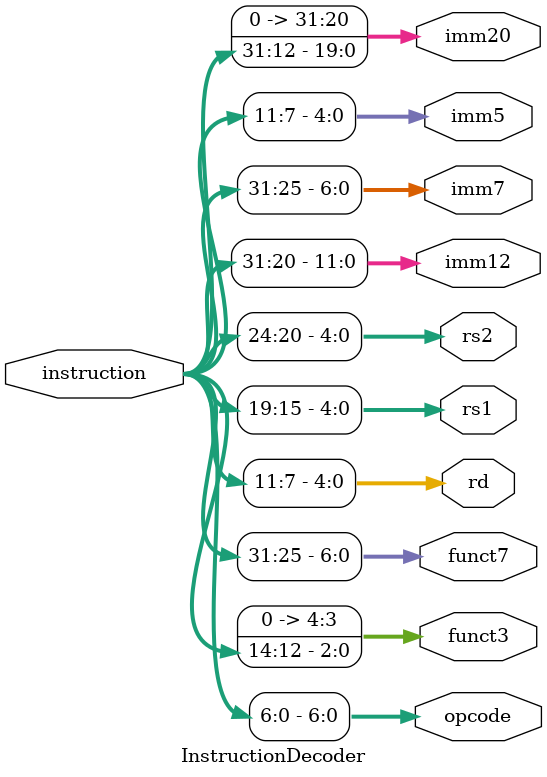
<source format=sv>
module InstructionDecoder (
    input [31:0] instruction,
    output [6:0] opcode,
    output [4:0] funct3,
    output [6:0] funct7,
    output [4:0] rd,
    output [4:0] rs1,
    output [4:0] rs2,
    output [11:0] imm12,
    output [6:0] imm7,
    output [4:0] imm5,
    output [31:0] imm20
);
    // Extract opcode field (bits 6-0)
    assign opcode = instruction[6:0];

    // Extract funct3 field (bits 14-12)
    assign funct3 = instruction[14:12];

    // Extract funct7 field (bits 31-25)
    assign funct7 = instruction[31:25];

    // Extract rd field (bits 11-7)
    assign rd = instruction[11:7];

    // Extract rs1 field (bits 19-15)
    assign rs1 = instruction[19:15];

    // Extract rs2 field (bits 24-20)
    assign rs2 = instruction[24:20];

    // Extract immediate fields for I-type (bits 31-20, 11-0)
    assign imm12 = instruction[31:20];
    assign imm7 = instruction[31:25];
    assign imm5 = instruction[11:7];

    // Extract immediate field for U-type (bits 31-12)
    assign imm20 = instruction[31:12];
endmodule

</source>
